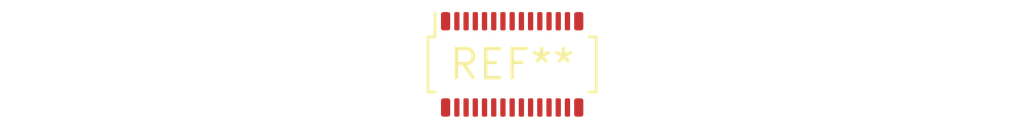
<source format=kicad_pcb>
(kicad_pcb (version 20240108) (generator pcbnew)
  (layers (0 "F.Cu" signal) (31 "B.Cu" signal) (34 "B.Paste" user) (35 "F.Paste" user) (36 "B.SilkS" user "B.Silkscreen") (37 "F.SilkS" user "F.Silkscreen") (38 "B.Mask" user) (39 "F.Mask" user) (44 "Edge.Cuts" user))
  (net 0 "")
  (footprint "OCN_OK-01GM030-04_2x15_P0.4mm_Vertical" (layer "F.Cu") (at 0 0)
    (property "Reference" "REF**")
    (property "Value" "OCN_OK-01GM030-04_2x15_P0.4mm_Vertical")
    (fp_line (start -3.65 -1.2) (end -3.65 1.2) (layer "F.SilkS") (stroke (width 0.12)))
    (fp_line (start -3.65 -1.2) (end -3.35 -1.2) (layer "F.SilkS") (stroke (width 0.12)))
    (fp_line (start -3.65 1.2) (end -3.35 1.2) (layer "F.SilkS") (stroke (width 0.12)))
    (fp_line (start -3.35 -1.2) (end -3.35 -2.25) (layer "F.SilkS") (stroke (width 0.12)))
    (fp_line (start 3.65 -1.2) (end 3.35 -1.2) (layer "F.SilkS") (stroke (width 0.12)))
    (fp_line (start 3.65 1.2) (end 3.35 1.2) (layer "F.SilkS") (stroke (width 0.12)))
    (fp_line (start 3.65 1.2) (end 3.65 -1.2) (layer "F.SilkS") (stroke (width 0.12)))
    (pad "1" smd roundrect (at -2.89 -1.88) (size 0.4 0.8) (layers "F.Cu" "F.Paste" "F.Mask"))
    (pad "2" smd roundrect (at -2.4 -1.88) (size 0.23 0.8) (layers "F.Cu" "F.Paste" "F.Mask"))
    (pad "3" smd roundrect (at -2 -1.88) (size 0.23 0.8) (layers "F.Cu" "F.Paste" "F.Mask"))
    (pad "4" smd roundrect (at -1.6 -1.88) (size 0.23 0.8) (layers "F.Cu" "F.Paste" "F.Mask"))
    (pad "5" smd roundrect (at -1.2 -1.88) (size 0.23 0.8) (layers "F.Cu" "F.Paste" "F.Mask"))
    (pad "6" smd roundrect (at -0.8 -1.88) (size 0.23 0.8) (layers "F.Cu" "F.Paste" "F.Mask"))
    (pad "7" smd roundrect (at -0.4 -1.88) (size 0.23 0.8) (layers "F.Cu" "F.Paste" "F.Mask"))
    (pad "8" smd roundrect (at 0 -1.88) (size 0.23 0.8) (layers "F.Cu" "F.Paste" "F.Mask"))
    (pad "9" smd roundrect (at 0.4 -1.88) (size 0.23 0.8) (layers "F.Cu" "F.Paste" "F.Mask"))
    (pad "10" smd roundrect (at 0.8 -1.88) (size 0.23 0.8) (layers "F.Cu" "F.Paste" "F.Mask"))
    (pad "11" smd roundrect (at 1.2 -1.88) (size 0.23 0.8) (layers "F.Cu" "F.Paste" "F.Mask"))
    (pad "12" smd roundrect (at 1.6 -1.88) (size 0.23 0.8) (layers "F.Cu" "F.Paste" "F.Mask"))
    (pad "13" smd roundrect (at 2 -1.88) (size 0.23 0.8) (layers "F.Cu" "F.Paste" "F.Mask"))
    (pad "14" smd roundrect (at 2.4 -1.88) (size 0.23 0.8) (layers "F.Cu" "F.Paste" "F.Mask"))
    (pad "15" smd roundrect (at 2.89 -1.88) (size 0.4 0.8) (layers "F.Cu" "F.Paste" "F.Mask"))
    (pad "16" smd roundrect (at 2.89 1.88) (size 0.4 0.8) (layers "F.Cu" "F.Paste" "F.Mask"))
    (pad "17" smd roundrect (at 2.4 1.88) (size 0.23 0.8) (layers "F.Cu" "F.Paste" "F.Mask"))
    (pad "18" smd roundrect (at 2 1.88) (size 0.23 0.8) (layers "F.Cu" "F.Paste" "F.Mask"))
    (pad "19" smd roundrect (at 1.6 1.88) (size 0.23 0.8) (layers "F.Cu" "F.Paste" "F.Mask"))
    (pad "20" smd roundrect (at 1.2 1.88) (size 0.23 0.8) (layers "F.Cu" "F.Paste" "F.Mask"))
    (pad "21" smd roundrect (at 0.8 1.88) (size 0.23 0.8) (layers "F.Cu" "F.Paste" "F.Mask"))
    (pad "22" smd roundrect (at 0.4 1.88) (size 0.23 0.8) (layers "F.Cu" "F.Paste" "F.Mask"))
    (pad "23" smd roundrect (at 0 1.88) (size 0.23 0.8) (layers "F.Cu" "F.Paste" "F.Mask"))
    (pad "24" smd roundrect (at -0.4 1.88) (size 0.23 0.8) (layers "F.Cu" "F.Paste" "F.Mask"))
    (pad "25" smd roundrect (at -0.8 1.88) (size 0.23 0.8) (layers "F.Cu" "F.Paste" "F.Mask"))
    (pad "26" smd roundrect (at -1.2 1.88) (size 0.23 0.8) (layers "F.Cu" "F.Paste" "F.Mask"))
    (pad "27" smd roundrect (at -1.6 1.88) (size 0.23 0.8) (layers "F.Cu" "F.Paste" "F.Mask"))
    (pad "28" smd roundrect (at -2 1.88) (size 0.23 0.8) (layers "F.Cu" "F.Paste" "F.Mask"))
    (pad "29" smd roundrect (at -2.4 1.88) (size 0.23 0.8) (layers "F.Cu" "F.Paste" "F.Mask"))
    (pad "30" smd roundrect (at -2.89 1.88) (size 0.4 0.8) (layers "F.Cu" "F.Paste" "F.Mask"))
  )
)
</source>
